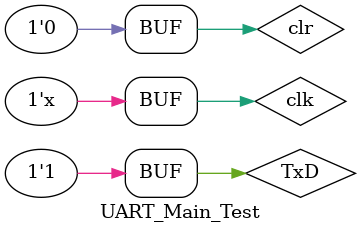
<source format=v>
`timescale 1ns / 1ps


module UART_Main_Test;

	// Inputs
	reg TxD;
	reg clk;
	reg clr;

	// Outputs
	wire [7:0] LEDS;
	wire RxD;

	// Instantiate the Unit Under Test (UUT)
	UART_Main uut (
		.TxD(TxD), 
		.clk(clk), 
		.clr(clr), 
		.LEDS(LEDS), 
		.RxD(RxD)
	);

	initial begin
		// Initialize Inputs
		TxD = 1;
		clk = 0;
		clr = 0;

		// Wait 100 ns for global reset to finish
		#100;
        
		// Add stimulus here
		clr = 1;
		#160;
		clr = 0;
		#160;
		TxD = 0;
		#160;
		TxD = 1;
		#320;
		TxD = 0;
		#160;
		TxD = 1;
		#320;
		TxD = 0;
		#160;
		TxD = 1;
	end
      
		always #10 clk = ~clk;
endmodule


</source>
